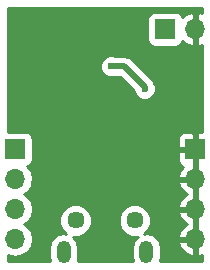
<source format=gbr>
G04 #@! TF.FileFunction,Copper,L2,Bot,Signal*
%FSLAX46Y46*%
G04 Gerber Fmt 4.6, Leading zero omitted, Abs format (unit mm)*
G04 Created by KiCad (PCBNEW 4.0.7) date 07/05/18 14:51:19*
%MOMM*%
%LPD*%
G01*
G04 APERTURE LIST*
%ADD10C,0.100000*%
%ADD11C,1.450000*%
%ADD12O,1.200000X1.900000*%
%ADD13R,1.700000X1.700000*%
%ADD14O,1.700000X1.700000*%
%ADD15C,0.600000*%
%ADD16C,0.500000*%
%ADD17C,0.254000*%
G04 APERTURE END LIST*
D10*
D11*
X106720000Y-150812000D03*
X111720000Y-150812000D03*
D12*
X105720000Y-153512000D03*
X112720000Y-153512000D03*
D13*
X114300000Y-134620000D03*
D14*
X116840000Y-134620000D03*
D13*
X116840000Y-144780000D03*
D14*
X116840000Y-147320000D03*
X116840000Y-149860000D03*
X116840000Y-152400000D03*
D13*
X101600000Y-144780000D03*
D14*
X101600000Y-147320000D03*
X101600000Y-149860000D03*
X101600000Y-152400000D03*
D15*
X113385600Y-149047200D03*
X103530400Y-149148800D03*
X112572800Y-139649200D03*
X109728000Y-137769600D03*
D16*
X103530400Y-149148800D02*
X113284000Y-149148800D01*
X113284000Y-149148800D02*
X113385600Y-149047200D01*
X110845600Y-137769600D02*
X112572800Y-139496800D01*
X112572800Y-139496800D02*
X112572800Y-139649200D01*
X110152264Y-137769600D02*
X110845600Y-137769600D01*
X109728000Y-137769600D02*
X110152264Y-137769600D01*
D17*
G36*
X117400000Y-133262650D02*
X117196890Y-133178524D01*
X116967000Y-133299845D01*
X116967000Y-134493000D01*
X116987000Y-134493000D01*
X116987000Y-134747000D01*
X116967000Y-134747000D01*
X116967000Y-135940155D01*
X117196890Y-136061476D01*
X117400000Y-135977350D01*
X117400000Y-143295000D01*
X117125750Y-143295000D01*
X116967000Y-143453750D01*
X116967000Y-144653000D01*
X116987000Y-144653000D01*
X116987000Y-144907000D01*
X116967000Y-144907000D01*
X116967000Y-147193000D01*
X116987000Y-147193000D01*
X116987000Y-147447000D01*
X116967000Y-147447000D01*
X116967000Y-149733000D01*
X116987000Y-149733000D01*
X116987000Y-149987000D01*
X116967000Y-149987000D01*
X116967000Y-152273000D01*
X116987000Y-152273000D01*
X116987000Y-152527000D01*
X116967000Y-152527000D01*
X116967000Y-153720819D01*
X117196892Y-153841486D01*
X117400000Y-153746101D01*
X117400000Y-154230000D01*
X113887977Y-154230000D01*
X113955000Y-153893052D01*
X113955000Y-153130948D01*
X113880596Y-152756890D01*
X115398524Y-152756890D01*
X115568355Y-153166924D01*
X115958642Y-153595183D01*
X116483108Y-153841486D01*
X116713000Y-153720819D01*
X116713000Y-152527000D01*
X115519845Y-152527000D01*
X115398524Y-152756890D01*
X113880596Y-152756890D01*
X113860991Y-152658334D01*
X113593277Y-152257671D01*
X113192614Y-151989957D01*
X112720000Y-151895948D01*
X112519148Y-151935900D01*
X112872280Y-151583384D01*
X113079763Y-151083708D01*
X113080236Y-150542666D01*
X112945628Y-150216890D01*
X115398524Y-150216890D01*
X115568355Y-150626924D01*
X115958642Y-151055183D01*
X116117954Y-151130000D01*
X115958642Y-151204817D01*
X115568355Y-151633076D01*
X115398524Y-152043110D01*
X115519845Y-152273000D01*
X116713000Y-152273000D01*
X116713000Y-149987000D01*
X115519845Y-149987000D01*
X115398524Y-150216890D01*
X112945628Y-150216890D01*
X112873624Y-150042628D01*
X112491384Y-149659720D01*
X111991708Y-149452237D01*
X111450666Y-149451764D01*
X110950628Y-149658376D01*
X110567720Y-150040616D01*
X110360237Y-150540292D01*
X110359764Y-151081334D01*
X110566376Y-151581372D01*
X110948616Y-151964280D01*
X111448292Y-152171763D01*
X111974605Y-152172223D01*
X111846723Y-152257671D01*
X111579009Y-152658334D01*
X111485000Y-153130948D01*
X111485000Y-153893052D01*
X111552023Y-154230000D01*
X106887977Y-154230000D01*
X106955000Y-153893052D01*
X106955000Y-153130948D01*
X106860991Y-152658334D01*
X106593277Y-152257671D01*
X106464728Y-152171777D01*
X106989334Y-152172236D01*
X107489372Y-151965624D01*
X107872280Y-151583384D01*
X108079763Y-151083708D01*
X108080236Y-150542666D01*
X107873624Y-150042628D01*
X107491384Y-149659720D01*
X106991708Y-149452237D01*
X106450666Y-149451764D01*
X105950628Y-149658376D01*
X105567720Y-150040616D01*
X105360237Y-150540292D01*
X105359764Y-151081334D01*
X105566376Y-151581372D01*
X105920145Y-151935759D01*
X105720000Y-151895948D01*
X105247386Y-151989957D01*
X104846723Y-152257671D01*
X104579009Y-152658334D01*
X104485000Y-153130948D01*
X104485000Y-153893052D01*
X104552023Y-154230000D01*
X101040000Y-154230000D01*
X101040000Y-153779396D01*
X101570907Y-153885000D01*
X101629093Y-153885000D01*
X102197378Y-153771961D01*
X102679147Y-153450054D01*
X103001054Y-152968285D01*
X103114093Y-152400000D01*
X103001054Y-151831715D01*
X102679147Y-151349946D01*
X102349974Y-151130000D01*
X102679147Y-150910054D01*
X103001054Y-150428285D01*
X103114093Y-149860000D01*
X103001054Y-149291715D01*
X102679147Y-148809946D01*
X102349974Y-148590000D01*
X102679147Y-148370054D01*
X103001054Y-147888285D01*
X103043103Y-147676890D01*
X115398524Y-147676890D01*
X115568355Y-148086924D01*
X115958642Y-148515183D01*
X116117954Y-148590000D01*
X115958642Y-148664817D01*
X115568355Y-149093076D01*
X115398524Y-149503110D01*
X115519845Y-149733000D01*
X116713000Y-149733000D01*
X116713000Y-147447000D01*
X115519845Y-147447000D01*
X115398524Y-147676890D01*
X103043103Y-147676890D01*
X103114093Y-147320000D01*
X103001054Y-146751715D01*
X102679147Y-146269946D01*
X102637548Y-146242150D01*
X102685317Y-146233162D01*
X102901441Y-146094090D01*
X103046431Y-145881890D01*
X103097440Y-145630000D01*
X103097440Y-145065750D01*
X115355000Y-145065750D01*
X115355000Y-145756310D01*
X115451673Y-145989699D01*
X115630302Y-146168327D01*
X115839878Y-146255136D01*
X115568355Y-146553076D01*
X115398524Y-146963110D01*
X115519845Y-147193000D01*
X116713000Y-147193000D01*
X116713000Y-144907000D01*
X115513750Y-144907000D01*
X115355000Y-145065750D01*
X103097440Y-145065750D01*
X103097440Y-143930000D01*
X103073674Y-143803690D01*
X115355000Y-143803690D01*
X115355000Y-144494250D01*
X115513750Y-144653000D01*
X116713000Y-144653000D01*
X116713000Y-143453750D01*
X116554250Y-143295000D01*
X115863691Y-143295000D01*
X115630302Y-143391673D01*
X115451673Y-143570301D01*
X115355000Y-143803690D01*
X103073674Y-143803690D01*
X103053162Y-143694683D01*
X102914090Y-143478559D01*
X102701890Y-143333569D01*
X102450000Y-143282560D01*
X101040000Y-143282560D01*
X101040000Y-137954767D01*
X108792838Y-137954767D01*
X108934883Y-138298543D01*
X109197673Y-138561792D01*
X109541201Y-138704438D01*
X109913167Y-138704762D01*
X110034569Y-138654600D01*
X110479020Y-138654600D01*
X111637656Y-139813236D01*
X111637638Y-139834367D01*
X111779683Y-140178143D01*
X112042473Y-140441392D01*
X112386001Y-140584038D01*
X112757967Y-140584362D01*
X113101743Y-140442317D01*
X113364992Y-140179527D01*
X113507638Y-139835999D01*
X113507962Y-139464033D01*
X113398666Y-139199516D01*
X113390433Y-139158126D01*
X113390433Y-139158125D01*
X113367191Y-139123341D01*
X113365917Y-139120257D01*
X113363539Y-139117874D01*
X113198590Y-138871010D01*
X113198587Y-138871008D01*
X111471390Y-137143810D01*
X111222350Y-136977408D01*
X111184275Y-136951967D01*
X111128084Y-136940790D01*
X110845600Y-136884599D01*
X110845595Y-136884600D01*
X110034822Y-136884600D01*
X109914799Y-136834762D01*
X109542833Y-136834438D01*
X109199057Y-136976483D01*
X108935808Y-137239273D01*
X108793162Y-137582801D01*
X108792838Y-137954767D01*
X101040000Y-137954767D01*
X101040000Y-133770000D01*
X112802560Y-133770000D01*
X112802560Y-135470000D01*
X112846838Y-135705317D01*
X112985910Y-135921441D01*
X113198110Y-136066431D01*
X113450000Y-136117440D01*
X115150000Y-136117440D01*
X115385317Y-136073162D01*
X115601441Y-135934090D01*
X115746431Y-135721890D01*
X115768301Y-135613893D01*
X116073076Y-135891645D01*
X116483110Y-136061476D01*
X116713000Y-135940155D01*
X116713000Y-134747000D01*
X116693000Y-134747000D01*
X116693000Y-134493000D01*
X116713000Y-134493000D01*
X116713000Y-133299845D01*
X116483110Y-133178524D01*
X116073076Y-133348355D01*
X115770063Y-133624501D01*
X115753162Y-133534683D01*
X115614090Y-133318559D01*
X115401890Y-133173569D01*
X115150000Y-133122560D01*
X113450000Y-133122560D01*
X113214683Y-133166838D01*
X112998559Y-133305910D01*
X112853569Y-133518110D01*
X112802560Y-133770000D01*
X101040000Y-133770000D01*
X101040000Y-132790000D01*
X117400000Y-132790000D01*
X117400000Y-133262650D01*
X117400000Y-133262650D01*
G37*
X117400000Y-133262650D02*
X117196890Y-133178524D01*
X116967000Y-133299845D01*
X116967000Y-134493000D01*
X116987000Y-134493000D01*
X116987000Y-134747000D01*
X116967000Y-134747000D01*
X116967000Y-135940155D01*
X117196890Y-136061476D01*
X117400000Y-135977350D01*
X117400000Y-143295000D01*
X117125750Y-143295000D01*
X116967000Y-143453750D01*
X116967000Y-144653000D01*
X116987000Y-144653000D01*
X116987000Y-144907000D01*
X116967000Y-144907000D01*
X116967000Y-147193000D01*
X116987000Y-147193000D01*
X116987000Y-147447000D01*
X116967000Y-147447000D01*
X116967000Y-149733000D01*
X116987000Y-149733000D01*
X116987000Y-149987000D01*
X116967000Y-149987000D01*
X116967000Y-152273000D01*
X116987000Y-152273000D01*
X116987000Y-152527000D01*
X116967000Y-152527000D01*
X116967000Y-153720819D01*
X117196892Y-153841486D01*
X117400000Y-153746101D01*
X117400000Y-154230000D01*
X113887977Y-154230000D01*
X113955000Y-153893052D01*
X113955000Y-153130948D01*
X113880596Y-152756890D01*
X115398524Y-152756890D01*
X115568355Y-153166924D01*
X115958642Y-153595183D01*
X116483108Y-153841486D01*
X116713000Y-153720819D01*
X116713000Y-152527000D01*
X115519845Y-152527000D01*
X115398524Y-152756890D01*
X113880596Y-152756890D01*
X113860991Y-152658334D01*
X113593277Y-152257671D01*
X113192614Y-151989957D01*
X112720000Y-151895948D01*
X112519148Y-151935900D01*
X112872280Y-151583384D01*
X113079763Y-151083708D01*
X113080236Y-150542666D01*
X112945628Y-150216890D01*
X115398524Y-150216890D01*
X115568355Y-150626924D01*
X115958642Y-151055183D01*
X116117954Y-151130000D01*
X115958642Y-151204817D01*
X115568355Y-151633076D01*
X115398524Y-152043110D01*
X115519845Y-152273000D01*
X116713000Y-152273000D01*
X116713000Y-149987000D01*
X115519845Y-149987000D01*
X115398524Y-150216890D01*
X112945628Y-150216890D01*
X112873624Y-150042628D01*
X112491384Y-149659720D01*
X111991708Y-149452237D01*
X111450666Y-149451764D01*
X110950628Y-149658376D01*
X110567720Y-150040616D01*
X110360237Y-150540292D01*
X110359764Y-151081334D01*
X110566376Y-151581372D01*
X110948616Y-151964280D01*
X111448292Y-152171763D01*
X111974605Y-152172223D01*
X111846723Y-152257671D01*
X111579009Y-152658334D01*
X111485000Y-153130948D01*
X111485000Y-153893052D01*
X111552023Y-154230000D01*
X106887977Y-154230000D01*
X106955000Y-153893052D01*
X106955000Y-153130948D01*
X106860991Y-152658334D01*
X106593277Y-152257671D01*
X106464728Y-152171777D01*
X106989334Y-152172236D01*
X107489372Y-151965624D01*
X107872280Y-151583384D01*
X108079763Y-151083708D01*
X108080236Y-150542666D01*
X107873624Y-150042628D01*
X107491384Y-149659720D01*
X106991708Y-149452237D01*
X106450666Y-149451764D01*
X105950628Y-149658376D01*
X105567720Y-150040616D01*
X105360237Y-150540292D01*
X105359764Y-151081334D01*
X105566376Y-151581372D01*
X105920145Y-151935759D01*
X105720000Y-151895948D01*
X105247386Y-151989957D01*
X104846723Y-152257671D01*
X104579009Y-152658334D01*
X104485000Y-153130948D01*
X104485000Y-153893052D01*
X104552023Y-154230000D01*
X101040000Y-154230000D01*
X101040000Y-153779396D01*
X101570907Y-153885000D01*
X101629093Y-153885000D01*
X102197378Y-153771961D01*
X102679147Y-153450054D01*
X103001054Y-152968285D01*
X103114093Y-152400000D01*
X103001054Y-151831715D01*
X102679147Y-151349946D01*
X102349974Y-151130000D01*
X102679147Y-150910054D01*
X103001054Y-150428285D01*
X103114093Y-149860000D01*
X103001054Y-149291715D01*
X102679147Y-148809946D01*
X102349974Y-148590000D01*
X102679147Y-148370054D01*
X103001054Y-147888285D01*
X103043103Y-147676890D01*
X115398524Y-147676890D01*
X115568355Y-148086924D01*
X115958642Y-148515183D01*
X116117954Y-148590000D01*
X115958642Y-148664817D01*
X115568355Y-149093076D01*
X115398524Y-149503110D01*
X115519845Y-149733000D01*
X116713000Y-149733000D01*
X116713000Y-147447000D01*
X115519845Y-147447000D01*
X115398524Y-147676890D01*
X103043103Y-147676890D01*
X103114093Y-147320000D01*
X103001054Y-146751715D01*
X102679147Y-146269946D01*
X102637548Y-146242150D01*
X102685317Y-146233162D01*
X102901441Y-146094090D01*
X103046431Y-145881890D01*
X103097440Y-145630000D01*
X103097440Y-145065750D01*
X115355000Y-145065750D01*
X115355000Y-145756310D01*
X115451673Y-145989699D01*
X115630302Y-146168327D01*
X115839878Y-146255136D01*
X115568355Y-146553076D01*
X115398524Y-146963110D01*
X115519845Y-147193000D01*
X116713000Y-147193000D01*
X116713000Y-144907000D01*
X115513750Y-144907000D01*
X115355000Y-145065750D01*
X103097440Y-145065750D01*
X103097440Y-143930000D01*
X103073674Y-143803690D01*
X115355000Y-143803690D01*
X115355000Y-144494250D01*
X115513750Y-144653000D01*
X116713000Y-144653000D01*
X116713000Y-143453750D01*
X116554250Y-143295000D01*
X115863691Y-143295000D01*
X115630302Y-143391673D01*
X115451673Y-143570301D01*
X115355000Y-143803690D01*
X103073674Y-143803690D01*
X103053162Y-143694683D01*
X102914090Y-143478559D01*
X102701890Y-143333569D01*
X102450000Y-143282560D01*
X101040000Y-143282560D01*
X101040000Y-137954767D01*
X108792838Y-137954767D01*
X108934883Y-138298543D01*
X109197673Y-138561792D01*
X109541201Y-138704438D01*
X109913167Y-138704762D01*
X110034569Y-138654600D01*
X110479020Y-138654600D01*
X111637656Y-139813236D01*
X111637638Y-139834367D01*
X111779683Y-140178143D01*
X112042473Y-140441392D01*
X112386001Y-140584038D01*
X112757967Y-140584362D01*
X113101743Y-140442317D01*
X113364992Y-140179527D01*
X113507638Y-139835999D01*
X113507962Y-139464033D01*
X113398666Y-139199516D01*
X113390433Y-139158126D01*
X113390433Y-139158125D01*
X113367191Y-139123341D01*
X113365917Y-139120257D01*
X113363539Y-139117874D01*
X113198590Y-138871010D01*
X113198587Y-138871008D01*
X111471390Y-137143810D01*
X111222350Y-136977408D01*
X111184275Y-136951967D01*
X111128084Y-136940790D01*
X110845600Y-136884599D01*
X110845595Y-136884600D01*
X110034822Y-136884600D01*
X109914799Y-136834762D01*
X109542833Y-136834438D01*
X109199057Y-136976483D01*
X108935808Y-137239273D01*
X108793162Y-137582801D01*
X108792838Y-137954767D01*
X101040000Y-137954767D01*
X101040000Y-133770000D01*
X112802560Y-133770000D01*
X112802560Y-135470000D01*
X112846838Y-135705317D01*
X112985910Y-135921441D01*
X113198110Y-136066431D01*
X113450000Y-136117440D01*
X115150000Y-136117440D01*
X115385317Y-136073162D01*
X115601441Y-135934090D01*
X115746431Y-135721890D01*
X115768301Y-135613893D01*
X116073076Y-135891645D01*
X116483110Y-136061476D01*
X116713000Y-135940155D01*
X116713000Y-134747000D01*
X116693000Y-134747000D01*
X116693000Y-134493000D01*
X116713000Y-134493000D01*
X116713000Y-133299845D01*
X116483110Y-133178524D01*
X116073076Y-133348355D01*
X115770063Y-133624501D01*
X115753162Y-133534683D01*
X115614090Y-133318559D01*
X115401890Y-133173569D01*
X115150000Y-133122560D01*
X113450000Y-133122560D01*
X113214683Y-133166838D01*
X112998559Y-133305910D01*
X112853569Y-133518110D01*
X112802560Y-133770000D01*
X101040000Y-133770000D01*
X101040000Y-132790000D01*
X117400000Y-132790000D01*
X117400000Y-133262650D01*
M02*

</source>
